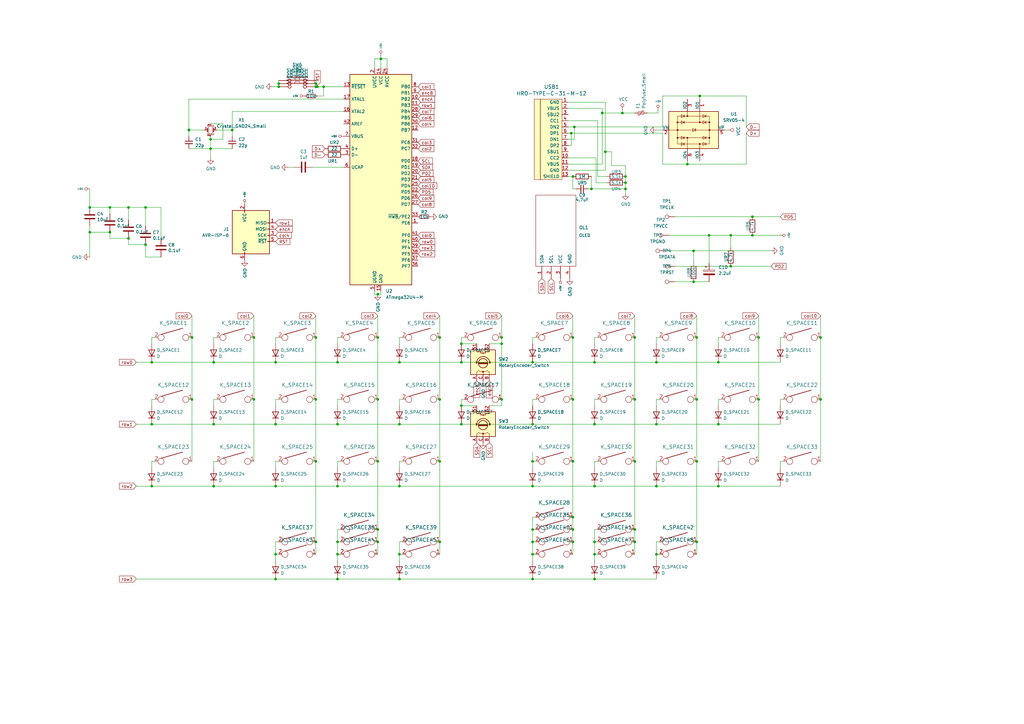
<source format=kicad_sch>
(kicad_sch (version 20211123) (generator eeschema)
  (paper "A3")
  (junction (at 299.72 109.22))
  (junction (at 104.14 163.83))
  (junction (at 113.03 148.59))
  (junction (at 62.23 199.39))
  (junction (at 180.34 222.25))
  (junction (at 36.83 85.09))
  (junction (at 189.23 173.99))
  (junction (at 285.75 138.43))
  (junction (at 243.84 227.33))
  (junction (at 130.175 35.56))
  (junction (at 260.35 163.83))
  (junction (at 248.285 62.23))
  (junction (at 218.44 237.49))
  (junction (at 336.55 163.83))
  (junction (at 281.94 67.31))
  (junction (at 311.15 163.83))
  (junction (at 234.315 54.61))
  (junction (at 308.61 96.52))
  (junction (at 285.75 222.25))
  (junction (at 180.34 138.43))
  (junction (at 180.34 189.23))
  (junction (at 255.27 46.355))
  (junction (at 138.43 237.49))
  (junction (at 52.705 85.09))
  (junction (at 290.83 96.52))
  (junction (at 78.74 138.43))
  (junction (at 45.085 95.25))
  (junction (at 87.63 148.59))
  (junction (at 129.54 138.43))
  (junction (at 87.63 173.99))
  (junction (at 294.64 148.59))
  (junction (at 243.84 237.49))
  (junction (at 138.43 148.59))
  (junction (at 129.54 189.23))
  (junction (at 113.03 227.33))
  (junction (at 154.94 138.43))
  (junction (at 77.47 53.34))
  (junction (at 260.35 222.25))
  (junction (at 336.55 138.43))
  (junction (at 114.3 34.29))
  (junction (at 138.43 173.99))
  (junction (at 154.94 163.83))
  (junction (at 234.95 217.17))
  (junction (at 189.23 166.37))
  (junction (at 243.84 173.99))
  (junction (at 247.015 46.355))
  (junction (at 87.63 199.39))
  (junction (at 129.54 163.83))
  (junction (at 234.95 72.39))
  (junction (at 78.74 163.83))
  (junction (at 218.44 173.99))
  (junction (at 154.94 222.25))
  (junction (at 129.54 35.56))
  (junction (at 180.34 163.83))
  (junction (at 104.14 138.43))
  (junction (at 205.74 138.43))
  (junction (at 234.95 189.23))
  (junction (at 269.24 173.99))
  (junction (at 243.84 148.59))
  (junction (at 218.44 217.17))
  (junction (at 218.44 222.25))
  (junction (at 95.25 53.34))
  (junction (at 59.69 100.33))
  (junction (at 36.83 95.25))
  (junction (at 59.69 85.09))
  (junction (at 52.705 97.79))
  (junction (at 234.95 212.09))
  (junction (at 234.95 163.83))
  (junction (at 163.83 199.39))
  (junction (at 138.43 222.25))
  (junction (at 284.48 102.87))
  (junction (at 256.54 74.93))
  (junction (at 154.94 217.17))
  (junction (at 256.54 72.39))
  (junction (at 287.02 39.37))
  (junction (at 156.21 24.13))
  (junction (at 62.23 148.59))
  (junction (at 242.57 77.47))
  (junction (at 129.54 34.29))
  (junction (at 205.74 163.83))
  (junction (at 294.64 173.99))
  (junction (at 189.23 148.59))
  (junction (at 163.83 173.99))
  (junction (at 269.24 227.33))
  (junction (at 163.83 237.49))
  (junction (at 285.75 189.23))
  (junction (at 218.44 189.23))
  (junction (at 218.44 148.59))
  (junction (at 86.36 57.15))
  (junction (at 113.03 173.99))
  (junction (at 86.36 60.96))
  (junction (at 218.44 199.39))
  (junction (at 163.83 148.59))
  (junction (at 205.74 140.97))
  (junction (at 154.94 120.65))
  (junction (at 113.03 237.49))
  (junction (at 62.23 173.99))
  (junction (at 129.54 222.25))
  (junction (at 243.84 222.25))
  (junction (at 45.085 85.09))
  (junction (at 260.35 217.17))
  (junction (at 260.35 189.23))
  (junction (at 138.43 227.33))
  (junction (at 299.72 96.52))
  (junction (at 154.94 189.23))
  (junction (at 113.03 199.39))
  (junction (at 308.61 88.9))
  (junction (at 243.84 199.39))
  (junction (at 285.75 163.83))
  (junction (at 294.64 199.39))
  (junction (at 218.44 227.33))
  (junction (at 234.95 222.25))
  (junction (at 269.24 148.59))
  (junction (at 163.83 227.33))
  (junction (at 138.43 199.39))
  (junction (at 234.95 138.43))
  (junction (at 132.715 35.56))
  (junction (at 256.54 77.47))
  (junction (at 235.585 52.07))
  (junction (at 284.48 115.57))
  (junction (at 260.35 138.43))
  (junction (at 114.3 35.56))
  (junction (at 269.24 199.39))
  (junction (at 189.23 140.97))
  (junction (at 311.15 138.43))
  (wire (pts (xy 276.86 109.22) (xy 299.72 109.22)))
  (wire (pts (xy 233.045 59.69) (xy 234.315 59.69)))
  (wire (pts (xy 218.44 138.43) (xy 218.44 140.97)))
  (wire (pts (xy 269.24 148.59) (xy 294.64 148.59)))
  (wire (pts (xy 163.83 173.99) (xy 189.23 173.99)))
  (wire (pts (xy 205.74 140.97) (xy 205.74 138.43)))
  (wire (pts (xy 245.11 163.83) (xy 243.84 163.83)))
  (wire (pts (xy 243.84 138.43) (xy 243.84 140.97)))
  (wire (pts (xy 77.47 60.96) (xy 86.36 60.96)))
  (wire (pts (xy 113.03 138.43) (xy 113.03 140.97)))
  (wire (pts (xy 113.03 199.39) (xy 138.43 199.39)))
  (wire (pts (xy 114.3 222.25) (xy 113.03 222.25)))
  (wire (pts (xy 128.27 68.58) (xy 140.97 68.58)))
  (wire (pts (xy 52.705 100.33) (xy 52.705 97.79)))
  (wire (pts (xy 234.95 77.47) (xy 234.95 72.39)))
  (wire (pts (xy 248.92 74.93) (xy 244.475 74.93)))
  (wire (pts (xy 242.57 72.39) (xy 242.57 77.47)))
  (wire (pts (xy 163.83 227.33) (xy 163.83 229.87)))
  (wire (pts (xy 55.88 173.99) (xy 62.23 173.99)))
  (wire (pts (xy 281.94 67.31) (xy 306.07 67.31)))
  (wire (pts (xy 77.47 40.64) (xy 77.47 53.34)))
  (wire (pts (xy 189.23 163.83) (xy 189.23 166.37)))
  (wire (pts (xy 308.61 88.9) (xy 320.04 88.9)))
  (wire (pts (xy 218.44 227.33) (xy 218.44 229.87)))
  (wire (pts (xy 154.94 222.25) (xy 154.94 227.33)))
  (wire (pts (xy 290.83 96.52) (xy 290.83 107.95)))
  (wire (pts (xy 320.04 189.23) (xy 320.04 191.77)))
  (wire (pts (xy 77.47 53.34) (xy 83.82 53.34)))
  (wire (pts (xy 87.63 189.23) (xy 87.63 191.77)))
  (wire (pts (xy 163.83 237.49) (xy 218.44 237.49)))
  (wire (pts (xy 139.7 163.83) (xy 138.43 163.83)))
  (wire (pts (xy 269.24 163.83) (xy 269.24 166.37)))
  (wire (pts (xy 87.63 148.59) (xy 113.03 148.59)))
  (wire (pts (xy 45.085 95.25) (xy 45.085 97.79)))
  (wire (pts (xy 320.04 138.43) (xy 320.04 140.97)))
  (wire (pts (xy 62.23 189.23) (xy 62.23 191.77)))
  (wire (pts (xy 95.25 45.72) (xy 140.97 45.72)))
  (wire (pts (xy 114.3 163.83) (xy 113.03 163.83)))
  (wire (pts (xy 284.48 102.87) (xy 284.48 107.95)))
  (wire (pts (xy 139.7 189.23) (xy 138.43 189.23)))
  (wire (pts (xy 138.43 173.99) (xy 163.83 173.99)))
  (wire (pts (xy 118.11 68.58) (xy 120.65 68.58)))
  (wire (pts (xy 156.21 24.13) (xy 156.21 27.94)))
  (wire (pts (xy 86.36 55.88) (xy 86.36 57.15)))
  (wire (pts (xy 158.75 24.13) (xy 156.21 24.13)))
  (wire (pts (xy 154.94 189.23) (xy 154.94 217.17)))
  (wire (pts (xy 113.03 227.33) (xy 113.03 229.87)))
  (wire (pts (xy 234.95 212.09) (xy 234.95 217.17)))
  (wire (pts (xy 242.57 77.47) (xy 256.54 77.47)))
  (wire (pts (xy 243.84 222.25) (xy 243.84 227.33)))
  (wire (pts (xy 245.11 138.43) (xy 243.84 138.43)))
  (wire (pts (xy 308.61 96.52) (xy 320.04 96.52)))
  (wire (pts (xy 234.315 59.69) (xy 234.315 54.61)))
  (wire (pts (xy 233.045 41.91) (xy 248.285 41.91)))
  (wire (pts (xy 104.14 129.54) (xy 104.14 138.43)))
  (wire (pts (xy 218.44 217.17) (xy 218.44 222.25)))
  (wire (pts (xy 255.27 45.085) (xy 255.27 46.355)))
  (wire (pts (xy 271.78 67.31) (xy 281.94 67.31)))
  (wire (pts (xy 66.04 105.41) (xy 59.69 105.41)))
  (wire (pts (xy 260.35 138.43) (xy 260.35 163.83)))
  (wire (pts (xy 218.44 212.09) (xy 218.44 217.17)))
  (wire (pts (xy 114.3 35.56) (xy 111.76 35.56)))
  (wire (pts (xy 256.54 74.93) (xy 256.54 72.39)))
  (wire (pts (xy 88.9 163.83) (xy 87.63 163.83)))
  (wire (pts (xy 245.11 217.17) (xy 243.84 217.17)))
  (wire (pts (xy 248.285 69.85) (xy 233.045 69.85)))
  (wire (pts (xy 130.175 35.56) (xy 132.715 35.56)))
  (wire (pts (xy 62.23 148.59) (xy 87.63 148.59)))
  (wire (pts (xy 180.34 163.83) (xy 180.34 138.43)))
  (wire (pts (xy 336.55 163.83) (xy 336.55 138.43)))
  (wire (pts (xy 205.74 140.97) (xy 205.74 163.83)))
  (wire (pts (xy 250.825 62.23) (xy 250.825 67.945)))
  (wire (pts (xy 265.43 46.355) (xy 269.875 46.355)))
  (wire (pts (xy 294.64 163.83) (xy 294.64 166.37)))
  (wire (pts (xy 243.84 173.99) (xy 269.24 173.99)))
  (wire (pts (xy 59.69 105.41) (xy 59.69 100.33)))
  (wire (pts (xy 55.88 199.39) (xy 62.23 199.39)))
  (wire (pts (xy 132.715 35.56) (xy 132.715 39.37)))
  (wire (pts (xy 36.83 85.09) (xy 36.83 77.47)))
  (wire (pts (xy 270.51 163.83) (xy 269.24 163.83)))
  (wire (pts (xy 245.11 49.53) (xy 233.045 49.53)))
  (wire (pts (xy 245.11 72.39) (xy 245.11 49.53)))
  (wire (pts (xy 285.75 163.83) (xy 285.75 138.43)))
  (wire (pts (xy 163.83 222.25) (xy 163.83 227.33)))
  (wire (pts (xy 336.55 189.23) (xy 336.55 163.83)))
  (wire (pts (xy 132.715 35.56) (xy 140.97 35.56)))
  (wire (pts (xy 295.91 189.23) (xy 294.64 189.23)))
  (wire (pts (xy 190.5 163.83) (xy 189.23 163.83)))
  (wire (pts (xy 189.23 138.43) (xy 189.23 140.97)))
  (wire (pts (xy 218.44 217.17) (xy 219.71 217.17)))
  (wire (pts (xy 158.75 27.94) (xy 158.75 24.13)))
  (wire (pts (xy 285.75 222.25) (xy 285.75 227.33)))
  (wire (pts (xy 260.35 222.25) (xy 260.35 227.33)))
  (wire (pts (xy 95.25 55.88) (xy 95.25 53.34)))
  (wire (pts (xy 299.72 109.22) (xy 316.23 109.22)))
  (wire (pts (xy 129.54 222.25) (xy 129.54 227.33)))
  (wire (pts (xy 129.54 189.23) (xy 129.54 222.25)))
  (wire (pts (xy 321.31 189.23) (xy 320.04 189.23)))
  (wire (pts (xy 153.67 120.65) (xy 154.94 120.65)))
  (wire (pts (xy 271.78 39.37) (xy 271.78 52.07)))
  (wire (pts (xy 287.02 39.37) (xy 306.07 39.37)))
  (wire (pts (xy 250.825 67.945) (xy 256.54 67.945)))
  (wire (pts (xy 139.7 138.43) (xy 138.43 138.43)))
  (wire (pts (xy 130.175 35.56) (xy 129.54 35.56)))
  (wire (pts (xy 274.32 96.52) (xy 290.83 96.52)))
  (wire (pts (xy 95.25 53.34) (xy 95.25 45.72)))
  (wire (pts (xy 294.64 148.59) (xy 320.04 148.59)))
  (wire (pts (xy 244.475 64.77) (xy 233.045 64.77)))
  (wire (pts (xy 285.75 189.23) (xy 285.75 163.83)))
  (wire (pts (xy 129.54 189.23) (xy 129.54 163.83)))
  (wire (pts (xy 269.24 222.25) (xy 269.24 227.33)))
  (wire (pts (xy 114.3 33.02) (xy 114.3 34.29)))
  (wire (pts (xy 241.3 77.47) (xy 242.57 77.47)))
  (wire (pts (xy 163.83 227.33) (xy 165.1 227.33)))
  (wire (pts (xy 88.9 53.34) (xy 95.25 53.34)))
  (wire (pts (xy 233.045 72.39) (xy 234.95 72.39)))
  (wire (pts (xy 104.14 189.23) (xy 104.14 163.83)))
  (wire (pts (xy 336.55 129.54) (xy 336.55 138.43)))
  (wire (pts (xy 233.045 54.61) (xy 234.315 54.61)))
  (wire (pts (xy 36.83 85.09) (xy 45.085 85.09)))
  (wire (pts (xy 87.63 199.39) (xy 113.03 199.39)))
  (wire (pts (xy 86.36 50.8) (xy 91.44 50.8)))
  (wire (pts (xy 218.44 163.83) (xy 218.44 166.37)))
  (wire (pts (xy 256.54 77.47) (xy 256.54 79.375)))
  (wire (pts (xy 243.84 222.25) (xy 245.11 222.25)))
  (wire (pts (xy 248.92 72.39) (xy 245.11 72.39)))
  (wire (pts (xy 138.43 148.59) (xy 163.83 148.59)))
  (wire (pts (xy 299.72 96.52) (xy 308.61 96.52)))
  (wire (pts (xy 256.54 74.93) (xy 256.54 77.47)))
  (wire (pts (xy 130.175 34.925) (xy 130.175 35.56)))
  (wire (pts (xy 255.27 46.355) (xy 260.35 46.355)))
  (wire (pts (xy 234.315 54.61) (xy 271.78 54.61)))
  (wire (pts (xy 138.43 189.23) (xy 138.43 191.77)))
  (wire (pts (xy 163.83 138.43) (xy 163.83 140.97)))
  (wire (pts (xy 163.83 199.39) (xy 218.44 199.39)))
  (wire (pts (xy 285.75 129.54) (xy 285.75 138.43)))
  (wire (pts (xy 243.84 237.49) (xy 269.24 237.49)))
  (wire (pts (xy 45.085 97.79) (xy 52.705 97.79)))
  (wire (pts (xy 45.085 85.09) (xy 52.705 85.09)))
  (wire (pts (xy 153.67 119.38) (xy 153.67 120.65)))
  (wire (pts (xy 129.54 33.02) (xy 129.54 34.29)))
  (wire (pts (xy 55.88 237.49) (xy 113.03 237.49)))
  (wire (pts (xy 235.585 52.07) (xy 271.78 52.07)))
  (wire (pts (xy 59.69 100.33) (xy 52.705 100.33)))
  (wire (pts (xy 165.1 222.25) (xy 163.83 222.25)))
  (wire (pts (xy 45.085 87.63) (xy 45.085 85.09)))
  (wire (pts (xy 243.84 227.33) (xy 243.84 229.87)))
  (wire (pts (xy 243.84 163.83) (xy 243.84 166.37)))
  (wire (pts (xy 247.015 67.31) (xy 233.045 67.31)))
  (wire (pts (xy 114.3 34.29) (xy 114.3 35.56)))
  (wire (pts (xy 233.045 44.45) (xy 247.015 44.45)))
  (wire (pts (xy 320.04 163.83) (xy 320.04 166.37)))
  (wire (pts (xy 295.91 138.43) (xy 294.64 138.43)))
  (wire (pts (xy 218.44 185.42) (xy 218.44 189.23)))
  (wire (pts (xy 276.86 88.9) (xy 308.61 88.9)))
  (wire (pts (xy 247.015 46.355) (xy 255.27 46.355)))
  (wire (pts (xy 243.84 148.59) (xy 269.24 148.59)))
  (wire (pts (xy 63.5 163.83) (xy 62.23 163.83)))
  (wire (pts (xy 154.94 217.17) (xy 154.94 222.25)))
  (wire (pts (xy 88.9 138.43) (xy 87.63 138.43)))
  (wire (pts (xy 138.43 217.17) (xy 138.43 222.25)))
  (wire (pts (xy 243.84 227.33) (xy 245.11 227.33)))
  (wire (pts (xy 113.03 189.23) (xy 113.03 191.77)))
  (wire (pts (xy 52.705 90.17) (xy 52.705 85.09)))
  (wire (pts (xy 234.95 163.83) (xy 234.95 138.43)))
  (wire (pts (xy 250.825 62.23) (xy 248.285 62.23)))
  (wire (pts (xy 234.95 222.25) (xy 234.95 227.33)))
  (wire (pts (xy 233.045 52.07) (xy 235.585 52.07)))
  (wire (pts (xy 256.54 67.945) (xy 256.54 72.39)))
  (wire (pts (xy 243.84 199.39) (xy 269.24 199.39)))
  (wire (pts (xy 306.07 39.37) (xy 306.07 52.07)))
  (wire (pts (xy 86.36 60.96) (xy 86.36 64.77)))
  (wire (pts (xy 321.31 163.83) (xy 320.04 163.83)))
  (wire (pts (xy 218.44 173.99) (xy 243.84 173.99)))
  (wire (pts (xy 180.34 189.23) (xy 180.34 222.25)))
  (wire (pts (xy 281.94 66.04) (xy 281.94 67.31)))
  (wire (pts (xy 218.44 199.39) (xy 243.84 199.39)))
  (wire (pts (xy 189.23 166.37) (xy 195.58 166.37)))
  (wire (pts (xy 218.44 148.59) (xy 243.84 148.59)))
  (wire (pts (xy 294.64 189.23) (xy 294.64 191.77)))
  (wire (pts (xy 36.83 92.71) (xy 36.83 95.25)))
  (wire (pts (xy 311.15 129.54) (xy 311.15 138.43)))
  (wire (pts (xy 113.03 163.83) (xy 113.03 166.37)))
  (wire (pts (xy 114.3 189.23) (xy 113.03 189.23)))
  (wire (pts (xy 234.95 163.83) (xy 234.95 189.23)))
  (wire (pts (xy 243.84 189.23) (xy 243.84 191.77)))
  (wire (pts (xy 138.43 138.43) (xy 138.43 140.97)))
  (wire (pts (xy 271.78 54.61) (xy 271.78 67.31)))
  (wire (pts (xy 219.71 212.09) (xy 218.44 212.09)))
  (wire (pts (xy 154.94 129.54) (xy 154.94 138.43)))
  (wire (pts (xy 218.44 222.25) (xy 219.71 222.25)))
  (wire (pts (xy 218.44 189.23) (xy 218.44 191.77)))
  (wire (pts (xy 86.36 57.15) (xy 86.36 60.96)))
  (wire (pts (xy 260.35 163.83) (xy 260.35 189.23)))
  (wire (pts (xy 260.35 217.17) (xy 260.35 222.25)))
  (wire (pts (xy 59.69 92.71) (xy 59.69 85.09)))
  (wire (pts (xy 205.74 166.37) (xy 205.74 163.83)))
  (wire (pts (xy 284.48 102.87) (xy 316.23 102.87)))
  (wire (pts (xy 276.86 115.57) (xy 284.48 115.57)))
  (wire (pts (xy 63.5 189.23) (xy 62.23 189.23)))
  (wire (pts (xy 129.54 34.29) (xy 129.54 35.56)))
  (wire (pts (xy 236.22 77.47) (xy 234.95 77.47)))
  (wire (pts (xy 113.03 173.99) (xy 138.43 173.99)))
  (wire (pts (xy 306.07 54.61) (xy 306.07 67.31)))
  (wire (pts (xy 269.24 199.39) (xy 294.64 199.39)))
  (wire (pts (xy 290.83 96.52) (xy 299.72 96.52)))
  (wire (pts (xy 180.34 222.25) (xy 180.34 227.33)))
  (wire (pts (xy 62.23 199.39) (xy 87.63 199.39)))
  (wire (pts (xy 138.43 222.25) (xy 139.7 222.25)))
  (wire (pts (xy 62.23 138.43) (xy 62.23 140.97)))
  (wire (pts (xy 140.97 40.64) (xy 77.47 40.64)))
  (wire (pts (xy 77.47 55.88) (xy 77.47 53.34)))
  (wire (pts (xy 244.475 74.93) (xy 244.475 64.77)))
  (wire (pts (xy 59.69 85.09) (xy 66.04 85.09)))
  (wire (pts (xy 247.015 44.45) (xy 247.015 46.355)))
  (wire (pts (xy 52.705 85.09) (xy 59.69 85.09)))
  (wire (pts (xy 113.03 237.49) (xy 138.43 237.49)))
  (wire (pts (xy 138.43 163.83) (xy 138.43 166.37)))
  (wire (pts (xy 233.045 57.15) (xy 235.585 57.15)))
  (wire (pts (xy 295.91 163.83) (xy 294.64 163.83)))
  (wire (pts (xy 104.14 163.83) (xy 104.14 138.43)))
  (wire (pts (xy 139.7 217.17) (xy 138.43 217.17)))
  (wire (pts (xy 269.24 53.34) (xy 271.78 53.34)))
  (wire (pts (xy 165.1 163.83) (xy 163.83 163.83)))
  (wire (pts (xy 189.23 140.97) (xy 195.58 140.97)))
  (wire (pts (xy 55.88 148.59) (xy 62.23 148.59)))
  (wire (pts (xy 219.71 138.43) (xy 218.44 138.43)))
  (wire (pts (xy 287.02 39.37) (xy 287.02 40.64)))
  (wire (pts (xy 321.31 138.43) (xy 320.04 138.43)))
  (wire (pts (xy 138.43 199.39) (xy 163.83 199.39)))
  (wire (pts (xy 190.5 138.43) (xy 189.23 138.43)))
  (wire (pts (xy 311.15 163.83) (xy 311.15 138.43)))
  (wire (pts (xy 156.21 119.38) (xy 156.21 120.65)))
  (wire (pts (xy 138.43 227.33) (xy 138.43 229.87)))
  (wire (pts (xy 66.04 97.79) (xy 66.04 85.09)))
  (wire (pts (xy 299.72 96.52) (xy 299.72 101.6)))
  (wire (pts (xy 294.64 138.43) (xy 294.64 140.97)))
  (wire (pts (xy 297.18 53.34) (xy 298.45 53.34)))
  (wire (pts (xy 36.83 95.25) (xy 36.83 105.41)))
  (wire (pts (xy 62.23 163.83) (xy 62.23 166.37)))
  (wire (pts (xy 113.03 227.33) (xy 114.3 227.33)))
  (wire (pts (xy 269.875 46.355) (xy 269.875 45.085)))
  (wire (pts (xy 113.03 148.59) (xy 138.43 148.59)))
  (wire (pts (xy 138.43 222.25) (xy 138.43 227.33)))
  (wire (pts (xy 180.34 129.54) (xy 180.34 138.43)))
  (wire (pts (xy 165.1 189.23) (xy 163.83 189.23)))
  (wire (pts (xy 138.43 237.49) (xy 163.83 237.49)))
  (wire (pts (xy 200.66 140.97) (xy 205.74 140.97)))
  (wire (pts (xy 129.54 129.54) (xy 129.54 138.43)))
  (wire (pts (xy 138.43 227.33) (xy 139.7 227.33)))
  (wire (pts (xy 235.585 57.15) (xy 235.585 52.07)))
  (wire (pts (xy 180.34 189.23) (xy 180.34 163.83)))
  (wire (pts (xy 218.44 237.49) (xy 243.84 237.49)))
  (wire (pts (xy 219.71 163.83) (xy 218.44 163.83)))
  (wire (pts (xy 219.71 189.23) (xy 218.44 189.23)))
  (wire (pts (xy 91.44 57.15) (xy 86.36 57.15)))
  (wire (pts (xy 78.74 189.23) (xy 78.74 163.83)))
  (wire (pts (xy 129.54 163.83) (xy 129.54 138.43)))
  (wire (pts (xy 78.74 129.54) (xy 78.74 138.43)))
  (wire (pts (xy 36.83 95.25) (xy 45.085 95.25)))
  (wire (pts (xy 154.94 189.23) (xy 154.94 163.83)))
  (wire (pts (xy 294.64 199.39) (xy 320.04 199.39)))
  (wire (pts (xy 243.84 217.17) (xy 243.84 222.25)))
  (wire (pts (xy 234.95 129.54) (xy 234.95 138.43)))
  (wire (pts (xy 113.03 222.25) (xy 113.03 227.33)))
  (wire (pts (xy 156.21 22.86) (xy 156.21 24.13)))
  (wire (pts (xy 234.95 189.23) (xy 234.95 212.09)))
  (wire (pts (xy 156.21 120.65) (xy 154.94 120.65)))
  (wire (pts (xy 153.67 27.94) (xy 153.67 24.13)))
  (wire (pts (xy 78.74 163.83) (xy 78.74 138.43)))
  (wire (pts (xy 269.24 227.33) (xy 269.24 229.87)))
  (wire (pts (xy 270.51 222.25) (xy 269.24 222.25)))
  (wire (pts (xy 154.94 163.83) (xy 154.94 138.43)))
  (wire (pts (xy 114.3 138.43) (xy 113.03 138.43)))
  (wire (pts (xy 248.285 62.23) (xy 248.285 41.91)))
  (wire (pts (xy 87.63 138.43) (xy 87.63 140.97)))
  (wire (pts (xy 273.05 102.87) (xy 284.48 102.87)))
  (wire (pts (xy 270.51 189.23) (xy 269.24 189.23)))
  (wire (pts (xy 269.24 227.33) (xy 270.51 227.33)))
  (wire (pts (xy 189.23 148.59) (xy 218.44 148.59)))
  (wire (pts (xy 91.44 50.8) (xy 91.44 57.15)))
  (wire (pts (xy 132.715 39.37) (xy 130.175 39.37)))
  (wire (pts (xy 285.75 189.23) (xy 285.75 222.25)))
  (wire (pts (xy 245.11 189.23) (xy 243.84 189.23)))
  (wire (pts (xy 87.63 173.99) (xy 113.03 173.99)))
  (wire (pts (xy 189.23 173.99) (xy 218.44 173.99)))
  (wire (pts (xy 260.35 129.54) (xy 260.35 138.43)))
  (wire (pts (xy 153.67 24.13) (xy 156.21 24.13)))
  (wire (pts (xy 269.24 173.99) (xy 294.64 173.99)))
  (wire (pts (xy 205.74 129.54) (xy 205.74 138.43)))
  (wire (pts (xy 218.44 222.25) (xy 218.44 227.33)))
  (wire (pts (xy 270.51 138.43) (xy 269.24 138.43)))
  (wire (pts (xy 165.1 138.43) (xy 163.83 138.43)))
  (wire (pts (xy 200.66 166.37) (xy 205.74 166.37)))
  (wire (pts (xy 63.5 138.43) (xy 62.23 138.43)))
  (wire (pts (xy 269.24 138.43) (xy 269.24 140.97)))
  (wire (pts (xy 294.64 173.99) (xy 320.04 173.99)))
  (wire (pts (xy 284.48 115.57) (xy 290.83 115.57)))
  (wire (pts (xy 260.35 189.23) (xy 260.35 217.17)))
  (wire (pts (xy 62.23 173.99) (xy 87.63 173.99)))
  (wire (pts (xy 163.83 163.83) (xy 163.83 166.37)))
  (wire (pts (xy 88.9 189.23) (xy 87.63 189.23)))
  (wire (pts (xy 269.24 189.23) (xy 269.24 191.77)))
  (wire (pts (xy 163.83 189.23) (xy 163.83 191.77)))
  (wire (pts (xy 271.78 39.37) (xy 287.02 39.37)))
  (wire (pts (xy 86.36 60.96) (xy 95.25 60.96)))
  (wire (pts (xy 247.015 46.355) (xy 247.015 67.31)))
  (wire (pts (xy 311.15 189.23) (xy 311.15 163.83)))
  (wire (pts (xy 163.83 148.59) (xy 189.23 148.59)))
  (wire (pts (xy 87.63 163.83) (xy 87.63 166.37)))
  (wire (pts (xy 218.44 227.33) (xy 219.71 227.33)))
  (wire (pts (xy 234.95 217.17) (xy 234.95 222.25)))
  (wire (pts (xy 248.285 69.85) (xy 248.285 62.23)))
  (global_label "PD2" (shape input) (at 316.23 109.22 0) (property "Intersheet References" "${INTERSHEET_REFS}" (effects hide)))
  (global_label "SDA" (shape input) (at 171.45 68.58 0) (property "Intersheet References" "${INTERSHEET_REFS}" (effects hide)))
  (global_label "row1" (shape input) (at 55.88 173.99 180) (property "Intersheet References" "${INTERSHEET_REFS}" (effects hide)))
  (global_label "SDA" (shape input) (at 195.58 181.61 270) (property "Intersheet References" "${INTERSHEET_REFS}" (effects hide)))
  (global_label "col6" (shape input) (at 234.95 129.54 180) (property "Intersheet References" "${INTERSHEET_REFS}" (effects hide)))
  (global_label "col10" (shape input) (at 336.55 129.54 180) (property "Intersheet References" "${INTERSHEET_REFS}" (effects hide)))
  (global_label "PD5" (shape input) (at 171.45 78.74 0) (property "Intersheet References" "${INTERSHEET_REFS}" (effects hide)))
  (global_label "col4" (shape input) (at 180.34 129.54 180) (property "Intersheet References" "${INTERSHEET_REFS}" (effects hide)))
  (global_label "SCL" (shape input) (at 200.66 181.61 270) (property "Intersheet References" "${INTERSHEET_REFS}" (effects hide)))
  (global_label "col2" (shape input) (at 171.45 60.96 0) (property "Intersheet References" "${INTERSHEET_REFS}" (effects hide)))
  (global_label "SCL" (shape input) (at 226.06 114.3 270) (property "Intersheet References" "${INTERSHEET_REFS}" (effects hide)))
  (global_label "col1" (shape input) (at 104.14 129.54 180) (property "Intersheet References" "${INTERSHEET_REFS}" (effects hide)))
  (global_label "col8" (shape input) (at 171.45 83.82 0) (property "Intersheet References" "${INTERSHEET_REFS}" (effects hide)))
  (global_label "col7" (shape input) (at 171.45 45.72 0) (property "Intersheet References" "${INTERSHEET_REFS}" (effects hide)))
  (global_label "row0" (shape input) (at 171.45 99.06 0) (property "Intersheet References" "${INTERSHEET_REFS}" (effects hide)))
  (global_label "col10" (shape input) (at 171.45 76.2 0) (property "Intersheet References" "${INTERSHEET_REFS}" (effects hide)))
  (global_label "col3" (shape input) (at 171.45 58.42 0) (property "Intersheet References" "${INTERSHEET_REFS}" (effects hide)))
  (global_label "PD2" (shape input) (at 171.45 71.12 0) (property "Intersheet References" "${INTERSHEET_REFS}" (effects hide)))
  (global_label "col2" (shape input) (at 129.54 129.54 180) (property "Intersheet References" "${INTERSHEET_REFS}" (effects hide)))
  (global_label "col6" (shape input) (at 171.45 48.26 0) (property "Intersheet References" "${INTERSHEET_REFS}" (effects hide)))
  (global_label "row1" (shape input) (at 113.03 91.44 0) (property "Intersheet References" "${INTERSHEET_REFS}" (effects hide)))
  (global_label "col8" (shape input) (at 285.75 129.54 180) (property "Intersheet References" "${INTERSHEET_REFS}" (effects hide)))
  (global_label "col4" (shape input) (at 171.45 50.8 0) (property "Intersheet References" "${INTERSHEET_REFS}" (effects hide)))
  (global_label "col0" (shape input) (at 171.45 96.52 0) (property "Intersheet References" "${INTERSHEET_REFS}" (effects hide)))
  (global_label "D+" (shape input) (at 306.07 54.61 0) (property "Intersheet References" "${INTERSHEET_REFS}" (effects hide)))
  (global_label "D+" (shape input) (at 133.35 60.96 180) (property "Intersheet References" "${INTERSHEET_REFS}" (effects hide)))
  (global_label "PD5" (shape input) (at 320.04 88.9 0) (property "Intersheet References" "${INTERSHEET_REFS}" (effects hide)))
  (global_label "row3" (shape input) (at 171.45 101.6 0) (property "Intersheet References" "${INTERSHEET_REFS}" (effects hide)))
  (global_label "col1" (shape input) (at 171.45 35.56 0) (property "Intersheet References" "${INTERSHEET_REFS}" (effects hide)))
  (global_label "RST" (shape input) (at 113.03 99.06 0) (property "Intersheet References" "${INTERSHEET_REFS}" (effects hide)))
  (global_label "col9" (shape input) (at 311.15 129.54 180) (property "Intersheet References" "${INTERSHEET_REFS}" (effects hide)))
  (global_label "row0" (shape input) (at 55.88 148.59 180) (property "Intersheet References" "${INTERSHEET_REFS}" (effects hide)))
  (global_label "col7" (shape input) (at 260.35 129.54 180) (property "Intersheet References" "${INTERSHEET_REFS}" (effects hide)))
  (global_label "D-" (shape input) (at 306.07 52.07 0) (property "Intersheet References" "${INTERSHEET_REFS}" (effects hide)))
  (global_label "SCL" (shape input) (at 171.45 66.04 0) (property "Intersheet References" "${INTERSHEET_REFS}" (effects hide)))
  (global_label "col4" (shape input) (at 113.03 96.52 0) (property "Intersheet References" "${INTERSHEET_REFS}" (effects hide)))
  (global_label "col3" (shape input) (at 154.94 129.54 180) (property "Intersheet References" "${INTERSHEET_REFS}" (effects hide)))
  (global_label "row1" (shape input) (at 171.45 43.18 0) (property "Intersheet References" "${INTERSHEET_REFS}" (effects hide)))
  (global_label "row3" (shape input) (at 55.88 237.49 180) (property "Intersheet References" "${INTERSHEET_REFS}" (effects hide)))
  (global_label "col5" (shape input) (at 171.45 73.66 0) (property "Intersheet References" "${INTERSHEET_REFS}" (effects hide)))
  (global_label "encB" (shape input) (at 200.66 156.21 270) (property "Intersheet References" "${INTERSHEET_REFS}" (effects hide)))
  (global_label "SDA" (shape input) (at 222.25 114.3 270) (property "Intersheet References" "${INTERSHEET_REFS}" (effects hide)))
  (global_label "row2" (shape input) (at 171.45 104.14 0) (property "Intersheet References" "${INTERSHEET_REFS}" (effects hide)))
  (global_label "row2" (shape input) (at 55.88 199.39 180) (property "Intersheet References" "${INTERSHEET_REFS}" (effects hide)))
  (global_label "encB" (shape input) (at 171.45 38.1 0) (property "Intersheet References" "${INTERSHEET_REFS}" (effects hide)))
  (global_label "D-" (shape input) (at 133.35 63.5 180) (property "Intersheet References" "${INTERSHEET_REFS}" (effects hide)))
  (global_label "encA" (shape input) (at 195.58 156.21 270) (property "Intersheet References" "${INTERSHEET_REFS}" (effects hide)))
  (global_label "encA" (shape input) (at 113.03 93.98 0) (property "Intersheet References" "${INTERSHEET_REFS}" (effects hide)))
  (global_label "RST" (shape input) (at 130.175 34.925 90) (property "Intersheet References" "${INTERSHEET_REFS}" (effects hide)))
  (global_label "col9" (shape input) (at 171.45 81.28 0) (property "Intersheet References" "${INTERSHEET_REFS}" (effects hide)))
  (global_label "col5" (shape input) (at 205.74 129.54 180) (property "Intersheet References" "${INTERSHEET_REFS}" (effects hide)))
  (global_label "encA" (shape input) (at 171.45 40.64 0) (property "Intersheet References" "${INTERSHEET_REFS}" (effects hide)))
  (global_label "col0" (shape input) (at 78.74 129.54 180) (property "Intersheet References" "${INTERSHEET_REFS}" (effects hide)))
  (symbol (lib_id "power:GND") (at 316.23 102.87 90) (unit 1)
    (property "Reference" "#PWR0121" (effects hide))
    (property "Value" "GND" (at 320.6242 102.743 0))
  )
  (symbol (lib_id "device:R") (at 299.72 105.41 180) (unit 1)
    (property "Reference" "UR7" (at 297.815 105.41 90))
    (property "Value" "4.7k" (at 299.72 105.41 90))
    (property "Footprint" "Resistor_SMD:R_0805_2012Metric_Pad1.20x1.40mm_HandSolder" (effects hide))
  )
  (symbol (lib_id "Device:D") (at 138.43 233.68 90) (unit 1)
    (property "Reference" "D_SPACE35" (at 140.4366 232.5116 90) (effects (justify right)))
    (property "Value" "D" (at 140.4366 235.077 90) (effects (justify right)))
    (property "Footprint" "Diode_SMD:D_SOD-123" (effects hide))
  )
  (symbol (lib_id "device:C") (at 45.085 91.44 0) (unit 1)
    (property "Reference" "C5" (at 48.006 90.2716 0) (effects (justify left)))
    (property "Value" "0.1uf" (at 48.006 92.583 0) (effects (justify left)))
    (property "Footprint" "Capacitor_SMD:C_0805_2012Metric" (effects hide))
  )
  (symbol (lib_id "keyboard_parts:KEYSW") (at 227.33 138.43 0) (unit 1)
    (property "Reference" "K_SPACE7" (at 227.33 132.5118 0) (effects (font (size 1.524 1.524))))
    (property "Value" "KEYSW" (effects hide))
    (property "Footprint" "MX_Only:MXOnly-1U-NoLED" (effects hide))
  )
  (symbol (lib_id "Device:D") (at 294.64 170.18 90) (unit 1)
    (property "Reference" "D_SPACE21" (at 296.6466 169.0116 90) (effects (justify right)))
    (property "Value" "D" (at 296.6466 171.577 90) (effects (justify right)))
    (property "Footprint" "Diode_SMD:D_SOD-123" (effects hide))
  )
  (symbol (lib_id "Device:D") (at 218.44 195.58 90) (unit 1)
    (property "Reference" "D_SPACE29" (at 220.4466 194.4116 90) (effects (justify right)))
    (property "Value" "D" (at 220.4466 196.977 90) (effects (justify right)))
    (property "Footprint" "Diode_SMD:D_SOD-123" (effects hide))
  )
  (symbol (lib_id "keyboard_parts:KEYSW") (at 227.33 189.23 0) (unit 1)
    (property "Reference" "K_SPACE29" (at 227.33 183.3118 0) (effects (font (size 1.524 1.524))))
    (property "Value" "KEYSW" (effects hide))
    (property "Footprint" "MX_Only:MXOnly-1U-NoLED" (effects hide))
  )
  (symbol (lib_id "keyboard_parts:KEYSW") (at 121.92 138.43 0) (unit 1)
    (property "Reference" "K_SPACE3" (at 121.92 132.5118 0) (effects (font (size 1.524 1.524))))
    (property "Value" "KEYSW" (effects hide))
    (property "Footprint" "MX_Only:MXOnly-1U-NoLED" (effects hide))
  )
  (symbol (lib_id "power:GND") (at 176.53 88.9 90) (unit 1)
    (property "Reference" "#PWR0115" (effects hide))
    (property "Value" "GND" (at 179.7812 88.773 90) (effects (justify right)))
  )
  (symbol (lib_id "Device:D") (at 138.43 195.58 90) (unit 1)
    (property "Reference" "D_SPACE26" (at 140.4366 194.4116 90) (effects (justify right)))
    (property "Value" "D" (at 140.4366 196.977 90) (effects (justify right)))
    (property "Footprint" "Diode_SMD:D_SOD-123" (effects hide))
  )
  (symbol (lib_id "keyboard_parts:KEYSW") (at 278.13 189.23 0) (unit 1)
    (property "Reference" "K_SPACE31" (at 278.13 183.3118 0) (effects (font (size 1.524 1.524))))
    (property "Value" "KEYSW" (effects hide))
    (property "Footprint" "MX_Only:MXOnly-1U-NoLED" (effects hide))
  )
  (symbol (lib_id "keyboard_parts:KEYSW") (at 96.52 163.83 0) (unit 1)
    (property "Reference" "K_SPACE13" (at 96.52 157.9118 0) (effects (font (size 1.524 1.524))))
    (property "Value" "KEYSW" (effects hide))
    (property "Footprint" "MX_Only:MXOnly-1U-NoLED" (effects hide))
  )
  (symbol (lib_id "power:GND") (at 118.11 68.58 270) (unit 1)
    (property "Reference" "#PWR0103" (effects hide))
    (property "Value" "GND" (at 114.8588 68.707 90) (effects (justify right)))
  )
  (symbol (lib_id "keyboard_parts:SW_PUSH") (at 121.92 33.02 0) (unit 1)
    (property "Reference" "SW6" (at 121.92 26.543 0))
    (property "Value" "SW_PUSH" (at 121.92 28.8544 0))
    (property "Footprint" "Button_Switch_SMD:SW_SPST_SKQG_WithoutStem" (effects hide))
  )
  (symbol (lib_id "device:R") (at 252.73 72.39 90) (unit 1)
    (property "Reference" "UR3" (at 252.73 70.485 90))
    (property "Value" "5.1k" (at 252.73 72.39 90))
    (property "Footprint" "Resistor_SMD:R_0805_2012Metric" (effects hide))
  )
  (symbol (lib_id "keyboard_parts:KEYSW") (at 252.73 227.33 0) (unit 1)
    (property "Reference" "K_SPACE47" (at 252.73 221.4118 0) (effects (font (size 1.524 1.524))))
    (property "Value" "KEYSW" (effects hide))
    (property "Footprint" "MX_Only:MXOnly-1U-NoLED" (effects hide))
  )
  (symbol (lib_id "keyboard_parts:KEYSW") (at 147.32 138.43 0) (unit 1)
    (property "Reference" "K_SPACE4" (at 147.32 132.5118 0) (effects (font (size 1.524 1.524))))
    (property "Value" "KEYSW" (effects hide))
    (property "Footprint" "MX_Only:MXOnly-1U-NoLED" (effects hide))
  )
  (symbol (lib_id "keyboard_parts:KEYSW") (at 172.72 163.83 0) (unit 1)
    (property "Reference" "K_SPACE16" (at 172.72 157.9118 0) (effects (font (size 1.524 1.524))))
    (property "Value" "KEYSW" (effects hide))
    (property "Footprint" "MX_Only:MXOnly-1U-NoLED" (effects hide))
  )
  (symbol (lib_id "keyboard_parts:KEYSW") (at 121.92 227.33 0) (unit 1)
    (property "Reference" "K_SPACE43" (at 121.92 221.4118 0) (effects (font (size 1.524 1.524))))
    (property "Value" "KEYSW" (effects hide))
    (property "Footprint" "MX_Only:MXOnly-1U-NoLED" (effects hide))
  )
  (symbol (lib_id "keyboard_parts:KEYSW") (at 252.73 138.43 0) (unit 1)
    (property "Reference" "K_SPACE8" (at 252.73 132.5118 0) (effects (font (size 1.524 1.524))))
    (property "Value" "KEYSW" (effects hide))
    (property "Footprint" "MX_Only:MXOnly-1U-NoLED" (effects hide))
  )
  (symbol (lib_id "keyboard_parts:KEYSW") (at 147.32 189.23 0) (unit 1)
    (property "Reference" "K_SPACE26" (at 147.32 183.3118 0) (effects (font (size 1.524 1.524))))
    (property "Value" "KEYSW" (effects hide))
    (property "Footprint" "MX_Only:MXOnly-1U-NoLED" (effects hide))
  )
  (symbol (lib_id "keyboard_parts:KEYSW") (at 252.73 163.83 0) (unit 1)
    (property "Reference" "K_SPACE19" (at 252.73 157.9118 0) (effects (font (size 1.524 1.524))))
    (property "Value" "KEYSW" (effects hide))
    (property "Footprint" "MX_Only:MXOnly-1U-NoLED" (effects hide))
  )
  (symbol (lib_id "Device:D") (at 218.44 170.18 90) (unit 1)
    (property "Reference" "D_SPACE18" (at 220.4466 169.0116 90) (effects (justify right)))
    (property "Value" "D" (at 220.4466 171.577 90) (effects (justify right)))
    (property "Footprint" "Diode_SMD:D_SOD-123" (effects hide))
  )
  (symbol (lib_id "keyboard_parts:KEYSW") (at 71.12 189.23 0) (unit 1)
    (property "Reference" "K_SPACE23" (at 71.12 183.3118 0) (effects (font (size 1.524 1.524))))
    (property "Value" "KEYSW" (effects hide))
    (property "Footprint" "MX_Only:MXOnly-1.5U-NoLED" (effects hide))
  )
  (symbol (lib_id "keyboard_parts:SW_PUSH") (at 121.92 34.29 0) (unit 1)
    (property "Reference" "SW5" (at 121.92 27.813 0))
    (property "Value" "SW_PUSH" (at 121.92 30.1244 0))
    (property "Footprint" "Connector_PinHeader_2.54mm:PinHeader_1x02_P2.54mm_Vertical" (effects hide))
  )
  (symbol (lib_id "keyboard_parts:KEYSW") (at 172.72 222.25 0) (unit 1)
    (property "Reference" "K_SPACE39" (at 172.72 216.3318 0) (effects (font (size 1.524 1.524))))
    (property "Value" "KEYSW" (effects hide))
    (property "Footprint" "MX_Only:MXOnly-1.5U-NoLED" (effects hide))
  )
  (symbol (lib_id "power:GND") (at 198.12 156.21 0) (unit 1)
    (property "Reference" "#PWR0117" (effects hide))
    (property "Value" "GND" (at 198.247 159.4612 90) (effects (justify right)))
  )
  (symbol (lib_id "Connector:TestPoint") (at 273.05 102.87 90) (unit 1)
    (property "Reference" "TP3" (at 269.748 96.52 90))
    (property "Value" "TPGND" (at 269.748 99.06 90))
    (property "Footprint" "TestPoint:TestPoint_THTPad_1.0x1.0mm_Drill0.5mm" (effects hide))
  )
  (symbol (lib_id "Connector:AVR-ISP-6") (at 102.87 96.52 0) (unit 1)
    (property "Reference" "J1" (at 93.98 93.9799 0) (effects (justify right)))
    (property "Value" "AVR-ISP-6" (at 93.98 96.5199 0) (effects (justify right)))
    (property "Footprint" "Connector_IDC:IDC-Header_2x03_P2.54mm_Vertical" (effects hide))
    (property "Datasheet" " ~" (effects hide))
  )
  (symbol (lib_id "Device:D") (at 243.84 195.58 90) (unit 1)
    (property "Reference" "D_SPACE30" (at 245.8466 194.4116 90) (effects (justify right)))
    (property "Value" "D" (at 245.8466 196.977 90) (effects (justify right)))
    (property "Footprint" "Diode_SMD:D_SOD-123" (effects hide))
  )
  (symbol (lib_id "keyboard_parts:KEYSW") (at 172.72 189.23 0) (unit 1)
    (property "Reference" "K_SPACE27" (at 172.72 183.3118 0) (effects (font (size 1.524 1.524))))
    (property "Value" "KEYSW" (effects hide))
    (property "Footprint" "MX_Only:MXOnly-1U-NoLED" (effects hide))
  )
  (symbol (lib_id "keyboard_parts:KEYSW") (at 147.32 227.33 0) (unit 1)
    (property "Reference" "K_SPACE44" (at 147.32 221.4118 0) (effects (font (size 1.524 1.524))))
    (property "Value" "KEYSW" (effects hide))
    (property "Footprint" "MX_Only:MXOnly-1U-NoLED" (effects hide))
  )
  (symbol (lib_id "power:GND") (at 111.76 35.56 270) (unit 1)
    (property "Reference" "#PWR0102" (effects hide))
    (property "Value" "GND" (at 108.5088 35.687 90) (effects (justify right)))
  )
  (symbol (lib_id "Device:D") (at 163.83 233.68 90) (unit 1)
    (property "Reference" "D_SPACE36" (at 165.8366 232.5116 90) (effects (justify right)))
    (property "Value" "D" (at 165.8366 235.077 90) (effects (justify right)))
    (property "Footprint" "Diode_SMD:D_SOD-123" (effects hide))
  )
  (symbol (lib_id "Device:D") (at 163.83 170.18 90) (unit 1)
    (property "Reference" "D_SPACE16" (at 165.8366 169.0116 90) (effects (justify right)))
    (property "Value" "D" (at 165.8366 171.577 90) (effects (justify right)))
    (property "Footprint" "Diode_SMD:D_SOD-123" (effects hide))
  )
  (symbol (lib_id "Device:RotaryEncoder_Switch") (at 198.12 148.59 90) (unit 1)
    (property "Reference" "SW2" (at 204.47 147.3199 90) (effects (justify right)))
    (property "Value" "RotaryEncoder_Switch" (at 204.47 149.8599 90) (effects (justify right)))
    (property "Footprint" "encoder:RotaryEncoder_Alps_EC11E-Switch_Vertical_H20mm" (effects hide))
  )
  (symbol (lib_id "MCU_Microchip_ATmega:ATmega32U4-M") (at 156.21 73.66 0) (unit 1)
    (property "Reference" "U2" (at 158.2294 119.38 0) (effects (justify left)))
    (property "Value" "ATmega32U4-M" (at 158.2294 121.92 0) (effects (justify left)))
    (property "Footprint" "Package_DFN_QFN:QFN-44-1EP_7x7mm_P0.5mm_EP5.2x5.2mm_ThermalVias" (effects hide))
    (property "Datasheet" "http://ww1.microchip.com/downloads/en/DeviceDoc/Atmel-7766-8-bit-AVR-ATmega16U4-32U4_Datasheet.pdf" (effects hide))
  )
  (symbol (lib_id "device:R_Small") (at 127.635 39.37 270) (unit 1)
    (property "Reference" "R1" (at 127.635 37.465 90))
    (property "Value" "10k" (at 127.635 39.37 90))
    (property "Footprint" "Resistor_SMD:R_0805_2012Metric" (effects hide))
  )
  (symbol (lib_id "keyboard_parts:+5V") (at 100.33 83.82 0) (unit 1)
    (property "Reference" "#PWR0124" (effects hide))
    (property "Value" "+5V" (at 100.33 81.0768 90) (effects (font (size 0.762 0.762)) (justify left)))
  )
  (symbol (lib_id "Device:D") (at 269.24 233.68 90) (unit 1)
    (property "Reference" "D_SPACE40" (at 271.2466 232.5116 90) (effects (justify right)))
    (property "Value" "D" (at 271.2466 235.077 90) (effects (justify right)))
    (property "Footprint" "Diode_SMD:D_SOD-123" (effects hide))
  )
  (symbol (lib_id "Device:C_Polarized") (at 290.83 111.76 0) (unit 1)
    (property "Reference" "C10" (at 294.64 109.6009 0) (effects (justify left)))
    (property "Value" "2.2uF" (at 294.64 112.1409 0) (effects (justify left)))
    (property "Footprint" "Capacitor_SMD:C_0805_2012Metric_Pad1.18x1.45mm_HandSolder" (effects hide))
  )
  (symbol (lib_id "keyboard_parts:KEYSW") (at 278.13 222.25 0) (unit 1)
    (property "Reference" "K_SPACE42" (at 278.13 216.3318 0) (effects (font (size 1.524 1.524))))
    (property "Value" "KEYSW" (effects hide))
    (property "Footprint" "MX_Only:MXOnly-1.25U-NoLED" (effects hide))
  )
  (symbol (lib_id "Device:C_Small") (at 95.25 58.42 0) (unit 1)
    (property "Reference" "C2" (at 97.79 57.1562 0) (effects (justify left)))
    (property "Value" "22p" (at 97.79 59.6962 0) (effects (justify left)))
    (property "Footprint" "Capacitor_SMD:C_0805_2012Metric" (effects hide))
  )
  (symbol (lib_id "Device:D") (at 189.23 144.78 90) (unit 1)
    (property "Reference" "D_SPACE6" (at 191.2366 143.6116 90) (effects (justify right)))
    (property "Value" "D" (at 191.2366 146.177 90) (effects (justify right)))
    (property "Footprint" "Diode_SMD:D_SOD-123" (effects hide))
  )
  (symbol (lib_id "keyboard_parts:KEYSW") (at 227.33 222.25 0) (unit 1)
    (property "Reference" "K_SPACE40" (at 227.33 216.3318 0) (effects (font (size 1.524 1.524))))
    (property "Value" "KEYSW" (effects hide))
    (property "Footprint" "MX_Only:MXOnly-3U-ReversedStabilizers-NoSwitch" (effects hide))
  )
  (symbol (lib_id "Device:D") (at 87.63 170.18 90) (unit 1)
    (property "Reference" "D_SPACE13" (at 89.6366 169.0116 90) (effects (justify right)))
    (property "Value" "D" (at 89.6366 171.577 90) (effects (justify right)))
    (property "Footprint" "Diode_SMD:D_SOD-123" (effects hide))
  )
  (symbol (lib_id "keyboard_parts:KEYSW") (at 71.12 138.43 0) (unit 1)
    (property "Reference" "K_SPACE1" (at 71.12 132.5118 0) (effects (font (size 1.524 1.524))))
    (property "Value" "KEYSW" (effects hide))
    (property "Footprint" "MX_Only:MXOnly-1U-NoLED" (effects hide))
  )
  (symbol (lib_id "keyboard_parts:KEYSW") (at 121.92 222.25 0) (unit 1)
    (property "Reference" "K_SPACE37" (at 121.92 216.3318 0) (effects (font (size 1.524 1.524))))
    (property "Value" "KEYSW" (effects hide))
    (property "Footprint" "MX_Only:MXOnly-1.25U-NoLED" (effects hide))
  )
  (symbol (lib_id "device:R") (at 137.16 60.96 90) (unit 1)
    (property "Reference" "UR1" (at 138.43 66.04 90) (effects (justify left)))
    (property "Value" "22" (at 138.43 60.96 90) (effects (justify left)))
    (property "Footprint" "Resistor_SMD:R_0805_2012Metric" (effects hide))
  )
  (symbol (lib_id "keyboard_parts:KEYSW") (at 227.33 227.33 0) (unit 1)
    (property "Reference" "K_SPACE46" (at 227.33 221.4118 0) (effects (font (size 1.524 1.524))))
    (property "Value" "KEYSW" (effects hide))
    (property "Footprint" "MX_Only:MXOnly-6U-Centered-ReversedStabilizers-NoLED" (effects hide))
  )
  (symbol (lib_id "Device:D") (at 320.04 170.18 90) (unit 1)
    (property "Reference" "D_SPACE22" (at 322.0466 169.0116 90) (effects (justify right)))
    (property "Value" "D" (at 322.0466 171.577 90) (effects (justify right)))
    (property "Footprint" "Diode_SMD:D_SOD-123" (effects hide))
  )
  (symbol (lib_id "keyboard_parts:KEYSW") (at 303.53 189.23 0) (unit 1)
    (property "Reference" "K_SPACE32" (at 303.53 183.3118 0) (effects (font (size 1.524 1.524))))
    (property "Value" "KEYSW" (effects hide))
    (property "Footprint" "MX_Only:MXOnly-1U-NoLED" (effects hide))
  )
  (symbol (lib_id "keyboard_parts:KEYSW") (at 172.72 138.43 0) (unit 1)
    (property "Reference" "K_SPACE5" (at 172.72 132.5118 0) (effects (font (size 1.524 1.524))))
    (property "Value" "KEYSW" (effects hide))
    (property "Footprint" "MX_Only:MXOnly-1U-NoLED" (effects hide))
  )
  (symbol (lib_id "keyboard_parts:KEYSW") (at 198.12 163.83 0) (unit 1)
    (property "Reference" "K_SPACE17" (at 198.12 157.9118 0) (effects (font (size 1.524 1.524))))
    (property "Value" "KEYSW" (effects hide))
    (property "Footprint" "MX_Only:MXOnly-1U-NoLED" (effects hide))
  )
  (symbol (lib_id "Device:D") (at 218.44 233.68 90) (unit 1)
    (property "Reference" "D_SPACE38" (at 220.4466 232.5116 90) (effects (justify right)))
    (property "Value" "D" (at 220.4466 235.077 90) (effects (justify right)))
    (property "Footprint" "Diode_SMD:D_SOD-123" (effects hide))
  )
  (symbol (lib_id "device:Polyfuse_Small") (at 262.89 46.355 90) (unit 1)
    (property "Reference" "F1" (at 261.7216 44.6278 0) (effects (justify left)))
    (property "Value" "Polyfuse_Small" (at 264.033 44.6278 0) (effects (justify left)))
    (property "Footprint" "Fuse:Fuse_1206_3216Metric_Pad1.42x1.75mm_HandSolder" (effects hide))
  )
  (symbol (lib_id "keyboard_parts:KEYSW") (at 252.73 222.25 0) (unit 1)
    (property "Reference" "K_SPACE41" (at 252.73 216.3318 0) (effects (font (size 1.524 1.524))))
    (property "Value" "KEYSW" (effects hide))
    (property "Footprint" "MX_Only:MXOnly-1.25U-NoLED" (effects hide))
  )
  (symbol (lib_id "Device:D") (at 62.23 195.58 90) (unit 1)
    (property "Reference" "D_SPACE23" (at 64.2366 194.4116 90) (effects (justify right)))
    (property "Value" "D" (at 64.2366 196.977 90) (effects (justify right)))
    (property "Footprint" "Diode_SMD:D_SOD-123" (effects hide))
  )
  (symbol (lib_id "Device:C_Small") (at 77.47 58.42 0) (unit 1)
    (property "Reference" "C1" (at 80.01 57.1562 0) (effects (justify left)))
    (property "Value" "22p" (at 80.01 59.6962 0) (effects (justify left)))
    (property "Footprint" "Capacitor_SMD:C_0805_2012Metric" (effects hide))
  )
  (symbol (lib_id "power:GND") (at 86.36 64.77 0) (unit 1)
    (property "Reference" "#PWR0111" (effects hide))
    (property "Value" "GND" (at 86.487 69.1642 0))
  )
  (symbol (lib_id "keyboard_parts:+5V") (at 125.095 39.37 90) (unit 1)
    (property "Reference" "#PWR0104" (effects hide))
    (property "Value" "+5V" (at 122.3518 39.37 90) (effects (font (size 0.762 0.762)) (justify left)))
  )
  (symbol (lib_id "Power_Protection:SRV05-4") (at 284.48 53.34 270) (unit 1)
    (property "Reference" "U1" (at 300.99 46.7612 90))
    (property "Value" "SRV05-4" (at 300.99 49.3012 90))
    (property "Footprint" "Package_TO_SOT_SMD:SOT-23-6" (effects hide))
    (property "Datasheet" "http://www.onsemi.com/pub/Collateral/SRV05-4-D.PDF" (effects hide))
  )
  (symbol (lib_id "Device:Crystal_GND24_Small") (at 86.36 53.34 0) (unit 1)
    (property "Reference" "X1" (at 99.06 49.1998 0))
    (property "Value" "Crystal_GND24_Small" (at 99.06 51.7398 0))
    (property "Footprint" "Crystal:Crystal_SMD_3225-4Pin_3.2x2.5mm_HandSoldering" (effects hide))
  )
  (symbol (lib_id "device:C") (at 59.69 96.52 0) (unit 1)
    (property "Reference" "C7" (at 62.611 95.3516 0) (effects (justify left)))
    (property "Value" "0.1uf" (at 62.611 97.663 0) (effects (justify left)))
    (property "Footprint" "Capacitor_SMD:C_0805_2012Metric" (effects hide))
  )
  (symbol (lib_id "keyboard_parts:KEYSW") (at 227.33 212.09 0) (unit 1)
    (property "Reference" "K_SPACE28" (at 227.33 206.1718 0) (effects (font (size 1.524 1.524))))
    (property "Value" "KEYSW" (effects hide))
    (property "Footprint" "MX_Only:MXOnly-1.5U-NoLED" (effects hide))
  )
  (symbol (lib_id "power:GND") (at 36.83 105.41 270) (unit 1)
    (property "Reference" "#PWR0113" (effects hide))
    (property "Value" "GND" (at 33.5788 105.537 90) (effects (justify right)))
  )
  (symbol (lib_id "power:GND") (at 256.54 79.375 0) (unit 1)
    (property "Reference" "#PWR0106" (effects hide))
    (property "Value" "GND" (at 256.667 83.7692 0))
  )
  (symbol (lib_id "keyboard_parts:+5V") (at 229.87 114.3 180) (unit 1)
    (property "Reference" "#PWR0122" (effects hide))
    (property "Value" "+5V" (at 229.87 117.0432 90) (effects (font (size 0.762 0.762)) (justify left)))
  )
  (symbol (lib_id "power:VCC") (at 255.27 45.085 0) (unit 1)
    (property "Reference" "#PWR0105" (effects hide))
    (property "Value" "VCC" (at 255.7018 40.6908 0))
  )
  (symbol (lib_id "Device:D") (at 87.63 144.78 90) (unit 1)
    (property "Reference" "D_SPACE2" (at 89.6366 143.6116 90) (effects (justify right)))
    (property "Value" "D" (at 89.6366 146.177 90) (effects (justify right)))
    (property "Footprint" "Diode_SMD:D_SOD-123" (effects hide))
  )
  (symbol (lib_id "keyboard_parts:KEYSW") (at 198.12 138.43 0) (unit 1)
    (property "Reference" "K_SPACE6" (at 198.12 132.5118 0) (effects (font (size 1.524 1.524))))
    (property "Value" "KEYSW" (effects hide))
    (property "Footprint" "MX_Only:MXOnly-1U-NoLED" (effects hide))
  )
  (symbol (lib_id "power:GND") (at 269.24 53.34 270) (unit 1)
    (property "Reference" "#PWR0108" (effects hide))
    (property "Value" "GND" (at 264.8458 53.467 0))
  )
  (symbol (lib_id "Device:D") (at 163.83 144.78 90) (unit 1)
    (property "Reference" "D_SPACE5" (at 165.8366 143.6116 90) (effects (justify right)))
    (property "Value" "D" (at 165.8366 146.177 90) (effects (justify right)))
    (property "Footprint" "Diode_SMD:D_SOD-123" (effects hide))
  )
  (symbol (lib_id "Device:D") (at 243.84 170.18 90) (unit 1)
    (property "Reference" "D_SPACE19" (at 245.8466 169.0116 90) (effects (justify right)))
    (property "Value" "D" (at 245.8466 171.577 90) (effects (justify right)))
    (property "Footprint" "Diode_SMD:D_SOD-123" (effects hide))
  )
  (symbol (lib_id "Device:RotaryEncoder_Switch") (at 198.12 173.99 90) (unit 1)
    (property "Reference" "SW3" (at 204.47 172.7199 90) (effects (justify right)))
    (property "Value" "RotaryEncoder_Switch" (at 204.47 175.2599 90) (effects (justify right)))
    (property "Footprint" "encoder:RotaryEncoder_Alps_EC11E-Switch_Vertical_H20mm" (effects hide))
  )
  (symbol (lib_id "keyboard_parts:KEYSW") (at 328.93 138.43 0) (unit 1)
    (property "Reference" "K_SPACE11" (at 328.93 132.5118 0) (effects (font (size 1.524 1.524))))
    (property "Value" "KEYSW" (effects hide))
    (property "Footprint" "MX_Only:MXOnly-1U-NoLED" (effects hide))
  )
  (symbol (lib_id "device:C") (at 52.705 93.98 0) (unit 1)
    (property "Reference" "C6" (at 55.626 92.8116 0) (effects (justify left)))
    (property "Value" "0.1uf" (at 55.626 95.123 0) (effects (justify left)))
    (property "Footprint" "Capacitor_SMD:C_0805_2012Metric" (effects hide))
  )
  (symbol (lib_id "device:R") (at 252.73 74.93 90) (unit 1)
    (property "Reference" "UR4" (at 252.73 77.47 90))
    (property "Value" "5.1k" (at 252.73 74.93 90))
    (property "Footprint" "Resistor_SMD:R_0805_2012Metric" (effects hide))
  )
  (symbol (lib_id "Device:D") (at 218.44 144.78 90) (unit 1)
    (property "Reference" "D_SPACE7" (at 220.4466 143.6116 90) (effects (justify right)))
    (property "Value" "D" (at 220.4466 146.177 90) (effects (justify right)))
    (property "Footprint" "Diode_SMD:D_SOD-123" (effects hide))
  )
  (symbol (lib_id "Connector:TestPoint") (at 276.86 115.57 90) (unit 1)
    (property "Reference" "TP5" (at 273.558 109.22 90))
    (property "Value" "TPRST" (at 273.558 111.76 90))
    (property "Footprint" "TestPoint:TestPoint_THTPad_1.0x1.0mm_Drill0.5mm" (effects hide))
  )
  (symbol (lib_id "keyboard_parts:+5V") (at 320.04 96.52 270) (unit 1)
    (property "Reference" "#PWR0119" (effects hide))
    (property "Value" "+5V" (at 323.5452 96.52 0) (effects (font (size 0.762 0.762))))
  )
  (symbol (lib_id "Connector:TestPoint") (at 274.32 96.52 90) (unit 1)
    (property "Reference" "TP2" (at 271.018 90.17 90))
    (property "Value" "TPVCC" (at 271.018 92.71 90))
    (property "Footprint" "TestPoint:TestPoint_THTPad_1.0x1.0mm_Drill0.5mm" (effects hide))
  )
  (symbol (lib_id "Device:D") (at 320.04 144.78 90) (unit 1)
    (property "Reference" "D_SPACE11" (at 322.0466 143.6116 90) (effects (justify right)))
    (property "Value" "D" (at 322.0466 146.177 90) (effects (justify right)))
    (property "Footprint" "Diode_SMD:D_SOD-123" (effects hide))
  )
  (symbol (lib_id "keyboard_parts:SW_PUSH") (at 121.92 35.56 0) (unit 1)
    (property "Reference" "SW1" (at 121.92 29.083 0))
    (property "Value" "SW_PUSH" (at 121.92 31.3944 0))
    (property "Footprint" "Button_Switch_SMD:SW_SPST_SKQG_WithoutStem" (effects hide))
  )
  (symbol (lib_id "keyboard_parts:KEYSW") (at 278.13 163.83 0) (unit 1)
    (property "Reference" "K_SPACE20" (at 278.13 157.9118 0) (effects (font (size 1.524 1.524))))
    (property "Value" "KEYSW" (effects hide))
    (property "Footprint" "MX_Only:MXOnly-1U-NoLED" (effects hide))
  )
  (symbol (lib_id "device:R") (at 137.16 63.5 90) (unit 1)
    (property "Reference" "UR2" (at 137.16 58.42 90))
    (property "Value" "22" (at 137.16 63.5 90))
    (property "Footprint" "Resistor_SMD:R_0805_2012Metric" (effects hide))
  )
  (symbol (lib_id "device:C") (at 36.83 88.9 0) (unit 1)
    (property "Reference" "C4" (at 39.751 87.7316 0) (effects (justify left)))
    (property "Value" "10uF" (at 39.751 90.043 0) (effects (justify left)))
    (property "Footprint" "Capacitor_SMD:C_0805_2012Metric" (effects hide))
  )
  (symbol (lib_id "power:VCC") (at 298.45 53.34 270) (unit 1)
    (property "Reference" "#PWR0110" (effects hide))
    (property "Value" "VCC" (at 302.8442 53.7718 0))
  )
  (symbol (lib_id "Device:D") (at 138.43 170.18 90) (unit 1)
    (property "Reference" "D_SPACE15" (at 140.4366 169.0116 90) (effects (justify right)))
    (property "Value" "D" (at 140.4366 171.577 90) (effects (justify right)))
    (property "Footprint" "Diode_SMD:D_SOD-123" (effects hide))
  )
  (symbol (lib_id "Device:D") (at 294.64 195.58 90) (unit 1)
    (property "Reference" "D_SPACE32" (at 296.6466 194.4116 90) (effects (justify right)))
    (property "Value" "D" (at 296.6466 196.977 90) (effects (justify right)))
    (property "Footprint" "Diode_SMD:D_SOD-123" (effects hide))
  )
  (symbol (lib_id "Device:D") (at 320.04 195.58 90) (unit 1)
    (property "Reference" "D_SPACE33" (at 322.0466 194.4116 90) (effects (justify right)))
    (property "Value" "D" (at 322.0466 196.977 90) (effects (justify right)))
    (property "Footprint" "Diode_SMD:D_SOD-123" (effects hide))
  )
  (symbol (lib_id "device:C") (at 124.46 68.58 270) (unit 1)
    (property "Reference" "C3" (at 124.46 62.1792 90))
    (property "Value" "1uf" (at 124.46 64.4906 90))
    (property "Footprint" "Capacitor_SMD:C_0805_2012Metric" (effects hide))
  )
  (symbol (lib_id "keyboard_parts:KEYSW") (at 278.13 138.43 0) (unit 1)
    (property "Reference" "K_SPACE9" (at 278.13 132.5118 0) (effects (font (size 1.524 1.524))))
    (property "Value" "KEYSW" (effects hide))
    (property "Footprint" "MX_Only:MXOnly-1U-NoLED" (effects hide))
  )
  (symbol (lib_id "keyboard_parts:KEYSW") (at 121.92 189.23 0) (unit 1)
    (property "Reference" "K_SPACE25" (at 121.92 183.3118 0) (effects (font (size 1.524 1.524))))
    (property "Value" "KEYSW" (effects hide))
    (property "Footprint" "MX_Only:MXOnly-1U-NoLED" (effects hide))
  )
  (symbol (lib_id "Device:D") (at 243.84 233.68 90) (unit 1)
    (property "Reference" "D_SPACE39" (at 245.8466 232.5116 90) (effects (justify right)))
    (property "Value" "D" (at 245.8466 235.077 90) (effects (justify right)))
    (property "Footprint" "Diode_SMD:D_SOD-123" (effects hide))
  )
  (symbol (lib_id "Connector:TestPoint") (at 276.86 109.22 90) (unit 1)
    (property "Reference" "TP4" (at 273.558 102.87 90))
    (property "Value" "TPDATA" (at 273.558 105.41 90))
    (property "Footprint" "TestPoint:TestPoint_THTPad_1.0x1.0mm_Drill0.5mm" (effects hide))
  )
  (symbol (lib_id "device:R") (at 308.61 92.71 180) (unit 1)
    (property "Reference" "UR6" (at 306.705 92.71 90))
    (property "Value" "4.7k" (at 308.61 92.71 90))
    (property "Footprint" "Resistor_SMD:R_0805_2012Metric_Pad1.20x1.40mm_HandSolder" (effects hide))
  )
  (symbol (lib_id "keyboard_parts:KEYSW") (at 252.73 189.23 0) (unit 1)
    (property "Reference" "K_SPACE30" (at 252.73 183.3118 0) (effects (font (size 1.524 1.524))))
    (property "Value" "KEYSW" (effects hide))
    (property "Footprint" "MX_Only:MXOnly-1U-NoLED" (effects hide))
  )
  (symbol (lib_id "device:C_Small") (at 238.76 77.47 270) (unit 1)
    (property "Reference" "C9" (at 238.76 80.01 90))
    (property "Value" "4.7uF" (at 238.76 81.915 90))
    (property "Footprint" "Capacitor_SMD:C_0805_2012Metric" (effects hide))
  )
  (symbol (lib_id "Device:D") (at 294.64 144.78 90) (unit 1)
    (property "Reference" "D_SPACE10" (at 296.6466 143.6116 90) (effects (justify right)))
    (property "Value" "D" (at 296.6466 146.177 90) (effects (justify right)))
    (property "Footprint" "Diode_SMD:D_SOD-123" (effects hide))
  )
  (symbol (lib_id "keyboard_parts:KEYSW") (at 96.52 138.43 0) (unit 1)
    (property "Reference" "K_SPACE2" (at 96.52 132.5118 0) (effects (font (size 1.524 1.524))))
    (property "Value" "KEYSW" (effects hide))
    (property "Footprint" "MX_Only:MXOnly-1U-NoLED" (effects hide))
  )
  (symbol (lib_id "keyboard_parts:KEYSW") (at 303.53 163.83 0) (unit 1)
    (property "Reference" "K_SPACE21" (at 303.53 157.9118 0) (effects (font (size 1.524 1.524))))
    (property "Value" "KEYSW" (effects hide))
    (property "Footprint" "MX_Only:MXOnly-1U-NoLED" (effects hide))
  )
  (symbol (lib_id "Device:D") (at 87.63 195.58 90) (unit 1)
    (property "Reference" "D_SPACE24" (at 89.6366 194.4116 90) (effects (justify right)))
    (property "Value" "D" (at 89.6366 196.977 90) (effects (justify right)))
    (property "Footprint" "Diode_SMD:D_SOD-123" (effects hide))
  )
  (symbol (lib_id "keyboard_parts:+5V") (at 36.83 77.47 90) (unit 1)
    (property "Reference" "#PWR0112" (effects hide))
    (property "Value" "+5V" (at 34.0868 77.47 90) (effects (font (size 0.762 0.762)) (justify left)))
  )
  (symbol (lib_id "Device:D") (at 138.43 144.78 90) (unit 1)
    (property "Reference" "D_SPACE4" (at 140.4366 143.6116 90) (effects (justify right)))
    (property "Value" "D" (at 140.4366 146.177 90) (effects (justify right)))
    (property "Footprint" "Diode_SMD:D_SOD-123" (effects hide))
  )
  (symbol (lib_id "device:R") (at 238.76 72.39 90) (unit 1)
    (property "Reference" "UR5" (at 238.76 74.93 90))
    (property "Value" "1M" (at 238.76 72.39 90))
    (property "Footprint" "Resistor_SMD:R_0805_2012Metric" (effects hide))
  )
  (symbol (lib_id "Connector:TestPoint") (at 276.86 88.9 90) (unit 1)
    (property "Reference" "TP1" (at 273.558 82.55 90))
    (property "Value" "TPCLK" (at 273.558 85.09 90))
    (property "Footprint" "TestPoint:TestPoint_THTPad_1.0x1.0mm_Drill0.5mm" (effects hide))
  )
  (symbol (lib_id "keyboard_parts:KEYSW") (at 278.13 227.33 0) (unit 1)
    (property "Reference" "K_SPACE48" (at 278.13 221.4118 0) (effects (font (size 1.524 1.524))))
    (property "Value" "KEYSW" (effects hide))
    (property "Footprint" "MX_Only:MXOnly-1U-NoLED" (effects hide))
  )
  (symbol (lib_id "keyboard_parts:KEYSW") (at 172.72 227.33 0) (unit 1)
    (property "Reference" "K_SPACE45" (at 172.72 221.4118 0) (effects (font (size 1.524 1.524))))
    (property "Value" "KEYSW" (effects hide))
    (property "Footprint" "MX_Only:MXOnly-1.75U-NoLED" (effects hide))
  )
  (symbol (lib_id "keyboard_parts:KEYSW") (at 328.93 163.83 0) (unit 1)
    (property "Reference" "K_SPACE22" (at 328.93 157.9118 0) (effects (font (size 1.524 1.524))))
    (property "Value" "KEYSW" (effects hide))
    (property "Footprint" "MX_Only:MXOnly-1U-NoLED" (effects hide))
  )
  (symbol (lib_id "Device:D") (at 269.24 170.18 90) (unit 1)
    (property "Reference" "D_SPACE20" (at 271.2466 169.0116 90) (effects (justify right)))
    (property "Value" "D" (at 271.2466 171.577 90) (effects (justify right)))
    (property "Footprint" "Diode_SMD:D_SOD-123" (effects hide))
  )
  (symbol (lib_id "Device:D") (at 163.83 195.58 90) (unit 1)
    (property "Reference" "D_SPACE27" (at 165.8366 194.4116 90) (effects (justify right)))
    (property "Value" "D" (at 165.8366 196.977 90) (effects (justify right)))
    (property "Footprint" "Diode_SMD:D_SOD-123" (effects hide))
  )
  (symbol (lib_id "Device:D") (at 113.03 144.78 90) (unit 1)
    (property "Reference" "D_SPACE3" (at 115.0366 143.6116 90) (effects (justify right)))
    (property "Value" "D" (at 115.0366 146.177 90) (effects (justify right)))
    (property "Footprint" "Diode_SMD:D_SOD-123" (effects hide))
  )
  (symbol (lib_id "keyboard_parts:+5V") (at 140.97 55.88 90) (unit 1)
    (property "Reference" "#PWR0114" (effects hide))
    (property "Value" "+5V" (at 138.2268 55.88 90) (effects (font (size 0.762 0.762)) (justify left)))
  )
  (symbol (lib_id "Device:D") (at 62.23 144.78 90) (unit 1)
    (property "Reference" "D_SPACE1" (at 64.2366 143.6116 90) (effects (justify right)))
    (property "Value" "D" (at 64.2366 146.177 90) (effects (justify right)))
    (property "Footprint" "Diode_SMD:D_SOD-123" (effects hide))
  )
  (symbol (lib_id "keyboard_parts:KEYSW") (at 71.12 163.83 0) (unit 1)
    (property "Reference" "K_SPACE12" (at 71.12 157.9118 0) (effects (font (size 1.524 1.524))))
    (property "Value" "KEYSW" (effects hide))
    (property "Footprint" "MX_Only:MXOnly-1U-NoLED" (effects hide))
  )
  (symbol (lib_id "power:GND") (at 100.33 106.68 0) (unit 1)
    (property "Reference" "#PWR0123" (effects hide))
    (property "Value" "GND" (at 100.457 109.9312 90) (effects (justify right)))
  )
  (symbol (lib_id "keyboard_parts:KEYSW") (at 121.92 163.83 0) (unit 1)
    (property "Reference" "K_SPACE14" (at 121.92 157.9118 0) (effects (font (size 1.524 1.524))))
    (property "Value" "KEYSW" (effects hide))
    (property "Footprint" "MX_Only:MXOnly-1U-NoLED" (effects hide))
  )
  (symbol (lib_id "keyboard_parts:KEYSW") (at 147.32 163.83 0) (unit 1)
    (property "Reference" "K_SPACE15" (at 147.32 157.9118 0) (effects (font (size 1.524 1.524))))
    (property "Value" "KEYSW" (effects hide))
    (property "Footprint" "MX_Only:MXOnly-1U-NoLED" (effects hide))
  )
  (symbol (lib_id "Device:D") (at 113.03 233.68 90) (unit 1)
    (property "Reference" "D_SPACE34" (at 115.0366 232.5116 90) (effects (justify right)))
    (property "Value" "D" (at 115.0366 235.077 90) (effects (justify right)))
    (property "Footprint" "Diode_SMD:D_SOD-123" (effects hide))
  )
  (symbol (lib_id "Device:D") (at 189.23 170.18 90) (unit 1)
    (property "Reference" "D_SPACE17" (at 191.2366 169.0116 90) (effects (justify right)))
    (property "Value" "D" (at 191.2366 171.577 90) (effects (justify right)))
    (property "Footprint" "Diode_SMD:D_SOD-123" (effects hide))
  )
  (symbol (lib_id "keyboard_parts:+5V") (at 269.875 45.085 0) (unit 1)
    (property "Reference" "#PWR0109" (effects hide))
    (property "Value" "+5V" (at 269.875 41.5798 0) (effects (font (size 0.762 0.762))))
  )
  (symbol (lib_id "Device:D") (at 113.03 170.18 90) (unit 1)
    (property "Reference" "D_SPACE14" (at 115.0366 169.0116 90) (effects (justify right)))
    (property "Value" "D" (at 115.0366 171.577 90) (effects (justify right)))
    (property "Footprint" "Diode_SMD:D_SOD-123" (effects hide))
  )
  (symbol (lib_id "power:GND") (at 233.68 114.3 0) (unit 1)
    (property "Reference" "#PWR0120" (effects hide))
    (property "Value" "GND" (at 233.807 117.5512 90) (effects (justify right)))
  )
  (symbol (lib_id "keyboard_parts:KEYSW") (at 227.33 163.83 0) (unit 1)
    (property "Reference" "K_SPACE18" (at 227.33 157.9118 0) (effects (font (size 1.524 1.524))))
    (property "Value" "KEYSW" (effects hide))
    (property "Footprint" "MX_Only:MXOnly-1U-NoLED" (effects hide))
  )
  (symbol (lib_id "Device:D") (at 62.23 170.18 90) (unit 1)
    (property "Reference" "D_SPACE12" (at 64.2366 169.0116 90) (effects (justify right)))
    (property "Value" "D" (at 64.2366 171.577 90) (effects (justify right)))
    (property "Footprint" "Diode_SMD:D_SOD-123" (effects hide))
  )
  (symbol (lib_id "keyboard_parts:KEYSW") (at 328.93 189.23 0) (unit 1)
    (property "Reference" "K_SPACE33" (at 328.93 183.3118 0) (effects (font (size 1.524 1.524))))
    (property "Value" "KEYSW" (effects hide))
    (property "Footprint" "MX_Only:MXOnly-1.5U-NoLED" (effects hide))
  )
  (symbol (lib_id "Type-C:HRO-TYPE-C-31-M-12") (at 230.505 55.88 0) (unit 1)
    (property "Reference" "USB1" (at 226.2124 35.6362 0) (effects (font (size 1.524 1.524))))
    (property "Value" "HRO-TYPE-C-31-M-12" (at 226.2124 38.3286 0) (effects (font (size 1.524 1.524))))
    (property "Footprint" "Type-C:HRO-TYPE-C-31-M-12-HandSoldering" (effects hide))
  )
  (symbol (lib_id "kbd:OLED") (at 228.6 95.25 90) (unit 1)
    (property "Reference" "OL1" (at 237.49 93.345 90) (effects (font (size 1.2954 1.2954)) (justify right)))
    (property "Value" "OLED" (at 237.49 96.52 90) (effects (font (size 1.1938 1.1938)) (justify right)))
    (property "Footprint" "kbd:OLED_v2" (effects hide))
  )
  (symbol (lib_id "keyboard_parts:KEYSW") (at 96.52 189.23 0) (unit 1)
    (property "Reference" "K_SPACE24" (at 96.52 183.3118 0) (effects (font (size 1.524 1.524))))
    (property "Value" "KEYSW" (effects hide))
    (property "Footprint" "MX_Only:MXOnly-1U-NoLED" (effects hide))
  )
  (symbol (lib_id "Device:D") (at 269.24 144.78 90) (unit 1)
    (property "Reference" "D_SPACE9" (at 271.2466 143.6116 90) (effects (justify right)))
    (property "Value" "D" (at 271.2466 146.177 90) (effects (justify right)))
    (property "Footprint" "Diode_SMD:D_SOD-123" (effects hide))
  )
  (symbol (lib_id "Device:D") (at 243.84 144.78 90) (unit 1)
    (property "Reference" "D_SPACE8" (at 245.8466 143.6116 90) (effects (justify right)))
    (property "Value" "D" (at 245.8466 146.177 90) (effects (justify right)))
    (property "Footprint" "Diode_SMD:D_SOD-123" (effects hide))
  )
  (symbol (lib_id "keyboard_parts:KEYSW") (at 147.32 222.25 0) (unit 1)
    (property "Reference" "K_SPACE38" (at 147.32 216.3318 0) (effects (font (size 1.524 1.524))))
    (property "Value" "KEYSW" (effects hide))
    (property "Footprint" "MX_Only:MXOnly-1.25U-NoLED" (effects hide))
  )
  (symbol (lib_id "Device:D") (at 269.24 195.58 90) (unit 1)
    (property "Reference" "D_SPACE31" (at 271.2466 194.4116 90) (effects (justify right)))
    (property "Value" "D" (at 271.2466 196.977 90) (effects (justify right)))
    (property "Footprint" "Diode_SMD:D_SOD-123" (effects hide))
  )
  (symbol (lib_id "keyboard_parts:KEYSW") (at 303.53 138.43 0) (unit 1)
    (property "Reference" "K_SPACE10" (at 303.53 132.5118 0) (effects (font (size 1.524 1.524))))
    (property "Value" "KEYSW" (effects hide))
    (property "Footprint" "MX_Only:MXOnly-1U-NoLED" (effects hide))
  )
  (symbol (lib_id "device:R") (at 284.48 111.76 180) (unit 1)
    (property "Reference" "UR8" (at 282.575 111.76 90))
    (property "Value" "100k" (at 284.48 111.76 90))
    (property "Footprint" "Resistor_SMD:R_0805_2012Metric_Pad1.20x1.40mm_HandSolder" (effects hide))
  )
  (symbol (lib_id "device:C") (at 66.04 101.6 0) (unit 1)
    (property "Reference" "C8" (at 68.961 100.4316 0) (effects (justify left)))
    (property "Value" "0.1uf" (at 68.961 102.743 0) (effects (justify left)))
    (property "Footprint" "Capacitor_SMD:C_0805_2012Metric" (effects hide))
  )
  (symbol (lib_id "power:GND") (at 198.12 181.61 0) (unit 1)
    (property "Reference" "#PWR0118" (effects hide))
    (property "Value" "GND" (at 198.247 184.8612 90) (effects (justify right)))
  )
  (symbol (lib_id "device:R_Small") (at 173.99 88.9 270) (unit 1)
    (property "Reference" "R2" (at 173.99 86.995 90))
    (property "Value" "10k" (at 173.99 88.9 90))
    (property "Footprint" "Resistor_SMD:R_0805_2012Metric" (effects hide))
  )
  (symbol (lib_id "Device:D") (at 113.03 195.58 90) (unit 1)
    (property "Reference" "D_SPACE25" (at 115.0366 194.4116 90) (effects (justify right)))
    (property "Value" "D" (at 115.0366 196.977 90) (effects (justify right)))
    (property "Footprint" "Diode_SMD:D_SOD-123" (effects hide))
  )
  (symbol (lib_id "keyboard_parts:KEYSW") (at 147.32 217.17 0) (unit 1)
    (property "Reference" "K_SPACE34" (at 147.32 211.2518 0) (effects (font (size 1.524 1.524))))
    (property "Value" "KEYSW" (effects hide))
    (property "Footprint" "MX_Only:MXOnly-1.25U-NoLED" (effects hide))
  )
  (symbol (lib_id "keyboard_parts:KEYSW") (at 227.33 217.17 0) (unit 1)
    (property "Reference" "K_SPACE35" (at 227.33 211.2518 0) (effects (font (size 1.524 1.524))))
    (property "Value" "KEYSW" (effects hide))
    (property "Footprint" "MX_Only:MXOnly-1.75U-NoLED" (effects hide))
  )
  (symbol (lib_id "keyboard_parts:+5V") (at 156.21 22.86 0) (unit 1)
    (property "Reference" "#PWR0107" (effects hide))
    (property "Value" "+5V" (at 156.21 20.1168 90) (effects (font (size 0.762 0.762)) (justify left)))
  )
  (symbol (lib_id "keyboard_parts:KEYSW") (at 252.73 217.17 0) (unit 1)
    (property "Reference" "K_SPACE36" (at 252.73 211.2518 0) (effects (font (size 1.524 1.524))))
    (property "Value" "KEYSW" (effects hide))
    (property "Footprint" "MX_Only:MXOnly-1.25U-NoLED" (effects hide))
  )
  (symbol (lib_id "power:GND") (at 154.94 120.65 0) (unit 1)
    (property "Reference" "#PWR0101" (effects hide))
    (property "Value" "GND" (at 155.067 123.9012 90) (effects (justify right)))
  )
)
</source>
